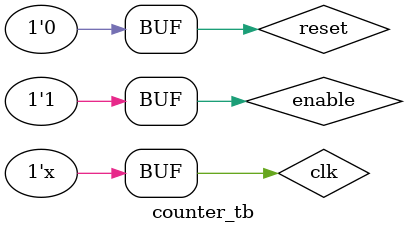
<source format=v>
`timescale 1ns/1ps

module counter_tb;
    reg clk;
    reg enable;
    reg reset;
    wire [3:0] out;

    Counter uut
    (
        .clk(clk),
        .enable(enable),
        .reset(reset),
        .out(out)
    );

    initial
    begin
        $dumpfile ("mux_out.vcd"); 
	    $dumpvars(0, counter_tb);

        clk = 0;
        enable = 0;
        reset = 1;

        #30
        reset = 0;
        enable = 1;
        
    end
    always
    begin
        #3 clk = ~clk;
    end
endmodule
</source>
